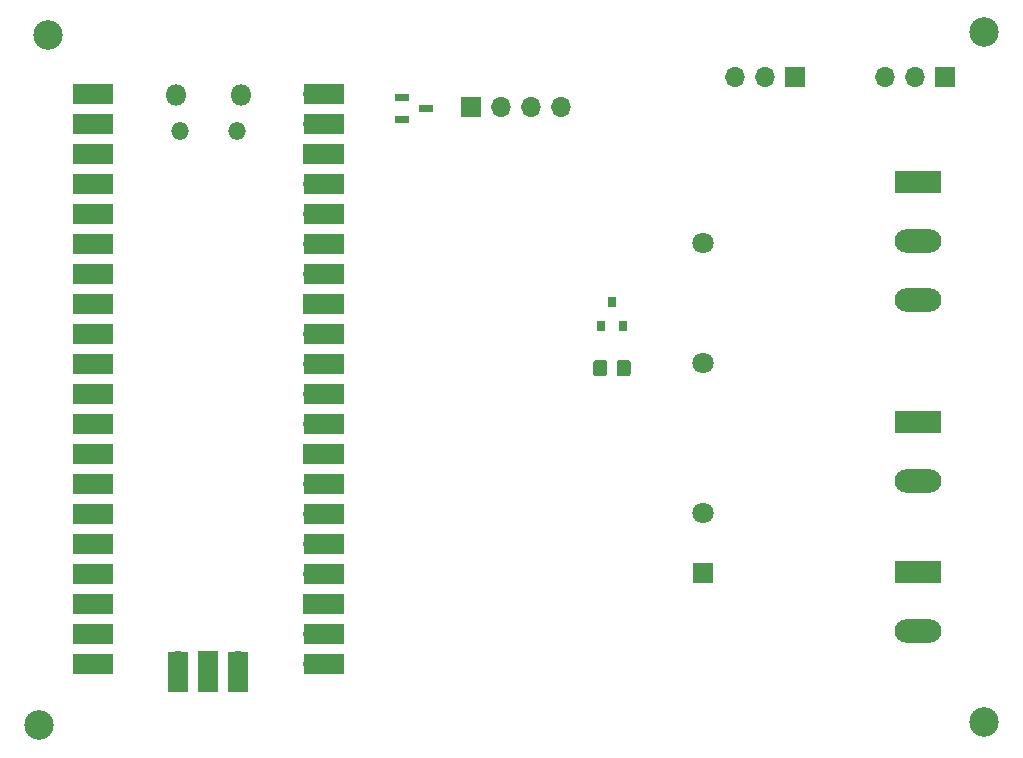
<source format=gbr>
%TF.GenerationSoftware,KiCad,Pcbnew,(5.1.9)-1*%
%TF.CreationDate,2022-01-16T00:30:18-08:00*%
%TF.ProjectId,keurig-filler,6b657572-6967-42d6-9669-6c6c65722e6b,rev?*%
%TF.SameCoordinates,Original*%
%TF.FileFunction,Soldermask,Top*%
%TF.FilePolarity,Negative*%
%FSLAX46Y46*%
G04 Gerber Fmt 4.6, Leading zero omitted, Abs format (unit mm)*
G04 Created by KiCad (PCBNEW (5.1.9)-1) date 2022-01-16 00:30:18*
%MOMM*%
%LPD*%
G01*
G04 APERTURE LIST*
%ADD10C,2.500000*%
%ADD11O,1.700000X1.700000*%
%ADD12R,1.700000X3.500000*%
%ADD13R,1.700000X1.700000*%
%ADD14O,1.500000X1.500000*%
%ADD15O,1.800000X1.800000*%
%ADD16R,3.500000X1.700000*%
%ADD17O,3.960000X1.980000*%
%ADD18R,3.960000X1.980000*%
%ADD19C,1.800000*%
%ADD20R,1.800000X1.800000*%
%ADD21R,0.800000X0.900000*%
G04 APERTURE END LIST*
D10*
%TO.C,REF\u002A\u002A*%
X25146000Y-83820000D03*
%TD*%
%TO.C,REF\u002A\u002A*%
X105156000Y-83566000D03*
%TD*%
%TO.C,REF\u002A\u002A*%
X105156000Y-25146000D03*
%TD*%
%TO.C,REF\u002A\u002A*%
X25908000Y-25400000D03*
%TD*%
D11*
%TO.C,U1*%
X42020000Y-78408001D03*
D12*
X42020000Y-79308001D03*
D13*
X39480000Y-78408001D03*
D12*
X39480000Y-79308001D03*
D11*
X36940000Y-78408001D03*
D12*
X36940000Y-79308001D03*
D14*
X41905000Y-33538001D03*
X37055000Y-33538001D03*
D15*
X42205000Y-30508001D03*
X36755000Y-30508001D03*
D16*
X49270000Y-78638001D03*
X49270000Y-76098001D03*
X49270000Y-73558001D03*
X49270000Y-71018001D03*
X49270000Y-68478001D03*
X49270000Y-65938001D03*
X49270000Y-63398001D03*
X49270000Y-60858001D03*
X49270000Y-58318001D03*
X49270000Y-55778001D03*
X49270000Y-53238001D03*
X49270000Y-50698001D03*
X49270000Y-48158001D03*
X49270000Y-45618001D03*
X49270000Y-43078001D03*
X49270000Y-40538001D03*
X49270000Y-37998001D03*
X49270000Y-35458001D03*
X49270000Y-32918001D03*
X49270000Y-30378001D03*
X29690000Y-78638001D03*
X29690000Y-76098001D03*
X29690000Y-73558001D03*
X29690000Y-71018001D03*
X29690000Y-68478001D03*
X29690000Y-65938001D03*
X29690000Y-63398001D03*
X29690000Y-60858001D03*
X29690000Y-58318001D03*
X29690000Y-55778001D03*
X29690000Y-53238001D03*
X29690000Y-50698001D03*
X29690000Y-48158001D03*
X29690000Y-45618001D03*
X29690000Y-43078001D03*
X29690000Y-40538001D03*
X29690000Y-37998001D03*
X29690000Y-35458001D03*
X29690000Y-32918001D03*
X29690000Y-30378001D03*
D11*
X48370000Y-30378001D03*
X48370000Y-32918001D03*
D13*
X48370000Y-35458001D03*
D11*
X48370000Y-37998001D03*
X48370000Y-40538001D03*
X48370000Y-43078001D03*
X48370000Y-45618001D03*
D13*
X48370000Y-48158001D03*
D11*
X48370000Y-50698001D03*
X48370000Y-53238001D03*
X48370000Y-55778001D03*
X48370000Y-58318001D03*
D13*
X48370000Y-60858001D03*
D11*
X48370000Y-63398001D03*
X48370000Y-65938001D03*
X48370000Y-68478001D03*
X48370000Y-71018001D03*
D13*
X48370000Y-73558001D03*
D11*
X48370000Y-76098001D03*
X48370000Y-78638001D03*
X30590000Y-78638001D03*
X30590000Y-76098001D03*
D13*
X30590000Y-73558001D03*
D11*
X30590000Y-71018001D03*
X30590000Y-68478001D03*
X30590000Y-65938001D03*
X30590000Y-63398001D03*
D13*
X30590000Y-60858001D03*
D11*
X30590000Y-58318001D03*
X30590000Y-55778001D03*
X30590000Y-53238001D03*
X30590000Y-50698001D03*
D13*
X30590000Y-48158001D03*
D11*
X30590000Y-45618001D03*
X30590000Y-43078001D03*
X30590000Y-40538001D03*
X30590000Y-37998001D03*
D13*
X30590000Y-35458001D03*
D11*
X30590000Y-32918001D03*
X30590000Y-30378001D03*
%TD*%
D17*
%TO.C,J6*%
X99568000Y-75866000D03*
D18*
X99568000Y-70866000D03*
%TD*%
D17*
%TO.C,J4*%
X99568000Y-63166000D03*
D18*
X99568000Y-58166000D03*
%TD*%
D17*
%TO.C,J3*%
X99568000Y-47846000D03*
X99568000Y-42846000D03*
D18*
X99568000Y-37846000D03*
%TD*%
%TO.C,R1*%
G36*
G01*
X74044000Y-54044001D02*
X74044000Y-53143999D01*
G75*
G02*
X74293999Y-52894000I249999J0D01*
G01*
X74994001Y-52894000D01*
G75*
G02*
X75244000Y-53143999I0J-249999D01*
G01*
X75244000Y-54044001D01*
G75*
G02*
X74994001Y-54294000I-249999J0D01*
G01*
X74293999Y-54294000D01*
G75*
G02*
X74044000Y-54044001I0J249999D01*
G01*
G37*
G36*
G01*
X72044000Y-54044001D02*
X72044000Y-53143999D01*
G75*
G02*
X72293999Y-52894000I249999J0D01*
G01*
X72994001Y-52894000D01*
G75*
G02*
X73244000Y-53143999I0J-249999D01*
G01*
X73244000Y-54044001D01*
G75*
G02*
X72994001Y-54294000I-249999J0D01*
G01*
X72293999Y-54294000D01*
G75*
G02*
X72044000Y-54044001I0J249999D01*
G01*
G37*
%TD*%
%TO.C,Q1*%
G36*
G01*
X57340000Y-31853200D02*
X57340000Y-31340800D01*
G75*
G02*
X57388800Y-31292000I48800J0D01*
G01*
X58471200Y-31292000D01*
G75*
G02*
X58520000Y-31340800I0J-48800D01*
G01*
X58520000Y-31853200D01*
G75*
G02*
X58471200Y-31902000I-48800J0D01*
G01*
X57388800Y-31902000D01*
G75*
G02*
X57340000Y-31853200I0J48800D01*
G01*
G37*
G36*
G01*
X55290000Y-32768200D02*
X55290000Y-32255800D01*
G75*
G02*
X55338800Y-32207000I48800J0D01*
G01*
X56421200Y-32207000D01*
G75*
G02*
X56470000Y-32255800I0J-48800D01*
G01*
X56470000Y-32768200D01*
G75*
G02*
X56421200Y-32817000I-48800J0D01*
G01*
X55338800Y-32817000D01*
G75*
G02*
X55290000Y-32768200I0J48800D01*
G01*
G37*
G36*
G01*
X55290000Y-30938200D02*
X55290000Y-30425800D01*
G75*
G02*
X55338800Y-30377000I48800J0D01*
G01*
X56421200Y-30377000D01*
G75*
G02*
X56470000Y-30425800I0J-48800D01*
G01*
X56470000Y-30938200D01*
G75*
G02*
X56421200Y-30987000I-48800J0D01*
G01*
X55338800Y-30987000D01*
G75*
G02*
X55290000Y-30938200I0J48800D01*
G01*
G37*
%TD*%
D19*
%TO.C,K1*%
X81371000Y-42996000D03*
X81371000Y-53156000D03*
X81371000Y-65856000D03*
D20*
X81371000Y-70936000D03*
%TD*%
D11*
%TO.C,J5*%
X69342000Y-31496000D03*
X66802000Y-31496000D03*
X64262000Y-31496000D03*
D13*
X61722000Y-31496000D03*
%TD*%
D11*
%TO.C,J2*%
X84074000Y-28956000D03*
X86614000Y-28956000D03*
D13*
X89154000Y-28956000D03*
%TD*%
D11*
%TO.C,J1*%
X96774000Y-28956000D03*
X99314000Y-28956000D03*
D13*
X101854000Y-28956000D03*
%TD*%
D21*
%TO.C,D1*%
X73660000Y-48022000D03*
X74610000Y-50022000D03*
X72710000Y-50022000D03*
%TD*%
M02*

</source>
